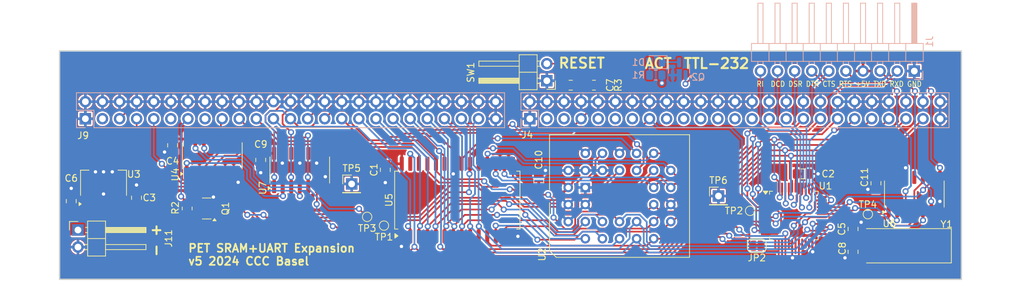
<source format=kicad_pcb>
(kicad_pcb
	(version 20240108)
	(generator "pcbnew")
	(generator_version "8.0")
	(general
		(thickness 1.6)
		(legacy_teardrops no)
	)
	(paper "A4")
	(title_block
		(title "CBM PET SRAM Expansion")
		(date "2024-09-29")
		(rev "5")
		(company "CCC Basel")
	)
	(layers
		(0 "F.Cu" signal)
		(31 "B.Cu" signal)
		(32 "B.Adhes" user "B.Adhesive")
		(33 "F.Adhes" user "F.Adhesive")
		(34 "B.Paste" user)
		(35 "F.Paste" user)
		(36 "B.SilkS" user "B.Silkscreen")
		(37 "F.SilkS" user "F.Silkscreen")
		(38 "B.Mask" user)
		(39 "F.Mask" user)
		(40 "Dwgs.User" user "User.Drawings")
		(41 "Cmts.User" user "User.Comments")
		(42 "Eco1.User" user "User.Eco1")
		(43 "Eco2.User" user "User.Eco2")
		(44 "Edge.Cuts" user)
		(45 "Margin" user)
		(46 "B.CrtYd" user "B.Courtyard")
		(47 "F.CrtYd" user "F.Courtyard")
		(48 "B.Fab" user)
		(49 "F.Fab" user)
		(50 "User.1" user)
		(51 "User.2" user)
		(52 "User.3" user)
		(53 "User.4" user)
		(54 "User.5" user)
		(55 "User.6" user)
		(56 "User.7" user)
		(57 "User.8" user)
		(58 "User.9" user)
	)
	(setup
		(stackup
			(layer "F.SilkS"
				(type "Top Silk Screen")
				(color "White")
			)
			(layer "F.Paste"
				(type "Top Solder Paste")
			)
			(layer "F.Mask"
				(type "Top Solder Mask")
				(color "Purple")
				(thickness 0.01)
			)
			(layer "F.Cu"
				(type "copper")
				(thickness 0.035)
			)
			(layer "dielectric 1"
				(type "core")
				(color "FR4 natural")
				(thickness 1.51)
				(material "FR4")
				(epsilon_r 4.5)
				(loss_tangent 0.02)
			)
			(layer "B.Cu"
				(type "copper")
				(thickness 0.035)
			)
			(layer "B.Mask"
				(type "Bottom Solder Mask")
				(color "Purple")
				(thickness 0.01)
			)
			(layer "B.Paste"
				(type "Bottom Solder Paste")
			)
			(layer "B.SilkS"
				(type "Bottom Silk Screen")
				(color "White")
			)
			(copper_finish "None")
			(dielectric_constraints no)
		)
		(pad_to_mask_clearance 0)
		(allow_soldermask_bridges_in_footprints no)
		(aux_axis_origin 80 66)
		(pcbplotparams
			(layerselection 0x00013fc_ffffffff)
			(plot_on_all_layers_selection 0x0000000_00000000)
			(disableapertmacros no)
			(usegerberextensions no)
			(usegerberattributes yes)
			(usegerberadvancedattributes yes)
			(creategerberjobfile yes)
			(dashed_line_dash_ratio 12.000000)
			(dashed_line_gap_ratio 3.000000)
			(svgprecision 4)
			(plotframeref no)
			(viasonmask no)
			(mode 1)
			(useauxorigin no)
			(hpglpennumber 1)
			(hpglpenspeed 20)
			(hpglpendiameter 15.000000)
			(pdf_front_fp_property_popups yes)
			(pdf_back_fp_property_popups yes)
			(dxfpolygonmode yes)
			(dxfimperialunits yes)
			(dxfusepcbnewfont yes)
			(psnegative no)
			(psa4output no)
			(plotreference yes)
			(plotvalue yes)
			(plotfptext yes)
			(plotinvisibletext no)
			(sketchpadsonfab no)
			(subtractmaskfromsilk yes)
			(outputformat 1)
			(mirror no)
			(drillshape 0)
			(scaleselection 1)
			(outputdirectory "plot/")
		)
	)
	(net 0 "")
	(net 1 "+5V")
	(net 2 "GND")
	(net 3 "/BD0")
	(net 4 "/BD1")
	(net 5 "/BD2")
	(net 6 "/BD3")
	(net 7 "/BD4")
	(net 8 "/BD5")
	(net 9 "/BD6")
	(net 10 "/BD7")
	(net 11 "/~{SEL2}")
	(net 12 "/~{SEL3}")
	(net 13 "/~{SEL4}")
	(net 14 "/~{SEL5}")
	(net 15 "/~{SEL6}")
	(net 16 "/~{SEL7}")
	(net 17 "/~{SEL8}")
	(net 18 "/~{SEL9}")
	(net 19 "/~{SELA}")
	(net 20 "/~{SELB}")
	(net 21 "/~{RESET}")
	(net 22 "/READY")
	(net 23 "/~{NMI}")
	(net 24 "/BA0")
	(net 25 "/BA1")
	(net 26 "/BA2")
	(net 27 "/BA3")
	(net 28 "/BA4")
	(net 29 "/BA5")
	(net 30 "/BA6")
	(net 31 "/BA7")
	(net 32 "/BA8")
	(net 33 "/BA9")
	(net 34 "/BA10")
	(net 35 "/BA11")
	(net 36 "/BA12")
	(net 37 "/BA13")
	(net 38 "/BA14")
	(net 39 "/BA15")
	(net 40 "/SYNC")
	(net 41 "/~{IRQ}")
	(net 42 "/CPHI2")
	(net 43 "/BR{slash}W")
	(net 44 "/~{BR{slash}W}")
	(net 45 "unconnected-(J4-Pin_9-Pad9)")
	(net 46 "unconnected-(J4-Pin_11-Pad11)")
	(net 47 "/~{CE}")
	(net 48 "unconnected-(J9-Pin_3-Pad3)")
	(net 49 "unconnected-(J9-Pin_11-Pad11)")
	(net 50 "+9V")
	(net 51 "Net-(U4-Pad3)")
	(net 52 "Net-(JP2-A)")
	(net 53 "/RXD")
	(net 54 "/TXD")
	(net 55 "/~{RTS}")
	(net 56 "/INTR")
	(net 57 "unconnected-(U1-~{TXRDY}-Pad23)")
	(net 58 "/~{DSR}")
	(net 59 "unconnected-(U1-DDIS-Pad22)")
	(net 60 "/~{CTS}")
	(net 61 "unconnected-(U1-~{RXRDY}-Pad29)")
	(net 62 "/~{DCD}")
	(net 63 "/~{RI}")
	(net 64 "/MRESET")
	(net 65 "/~{DTR}")
	(net 66 "/LED1")
	(net 67 "Net-(J1-Pin_3)")
	(net 68 "Net-(J1-Pin_5)")
	(net 69 "/~{OUT2}")
	(net 70 "Net-(J1-Pin_7)")
	(net 71 "Net-(D1-K)")
	(net 72 "Net-(U1-XOUT)")
	(net 73 "Net-(U1-RCLK)")
	(net 74 "/~{OUT1}")
	(net 75 "unconnected-(U7-Pad10)")
	(net 76 "unconnected-(U6-Pad11)")
	(net 77 "/~{ROMSEL}")
	(net 78 "Net-(U4-Pad13)")
	(net 79 "Net-(U4-Pad1)")
	(net 80 "unconnected-(U7-Pad12)")
	(net 81 "unconnected-(U7-Pad8)")
	(footprint "TestPoint:TestPoint_Pad_D1.0mm" (layer "F.Cu") (at 182.6 89.8))
	(footprint "Capacitor_SMD:C_0805_2012Metric" (layer "F.Cu") (at 201.3 85.7 -90))
	(footprint "Connector_PinHeader_2.54mm:PinHeader_1x01_P2.54mm_Vertical" (layer "F.Cu") (at 177.9 87.6))
	(footprint "Resistor_SMD:R_0805_2012Metric" (layer "F.Cu") (at 159.4 71.1))
	(footprint "Package_SO:SO-14_3.9x8.65mm_P1.27mm" (layer "F.Cu") (at 102.7 81.6 90))
	(footprint "Capacitor_SMD:C_0805_2012Metric" (layer "F.Cu") (at 155.95 71.1 180))
	(footprint "Capacitor_SMD:C_0805_2012Metric" (layer "F.Cu") (at 151.2 85.4 -90))
	(footprint "Package_SO:SO-14_3.9x8.65mm_P1.27mm" (layer "F.Cu") (at 115.69 83.725 90))
	(footprint "Jumper:SolderJumper-2_P1.3mm_Bridged_RoundedPad1.0x1.5mm" (layer "F.Cu") (at 183.6 95 180))
	(footprint "Resistor_SMD:R_0805_2012Metric" (layer "F.Cu") (at 98.9625 89.45 90))
	(footprint "Crystal:Crystal_SMD_HC49-SD" (layer "F.Cu") (at 205.8 95 180))
	(footprint "Capacitor_SMD:C_0805_2012Metric" (layer "F.Cu") (at 197.9 92.5 90))
	(footprint "Capacitor_SMD:C_0805_2012Metric" (layer "F.Cu") (at 128.4 83.7 90))
	(footprint "Capacitor_SMD:C_0805_2012Metric" (layer "F.Cu") (at 96.8 80.05 -90))
	(footprint "TestPoint:TestPoint_Pad_D1.0mm" (layer "F.Cu") (at 128.2 92))
	(footprint "onitake:SOP-28_8.4x18.4mm_P1.27mm" (layer "F.Cu") (at 139.1 88.2 90))
	(footprint "Capacitor_SMD:C_0805_2012Metric" (layer "F.Cu") (at 91.436 87.856 -90))
	(footprint "Connector_PinHeader_2.54mm:PinHeader_1x02_P2.54mm_Horizontal" (layer "F.Cu") (at 82.736 92.656))
	(footprint "Connector_PinHeader_2.54mm:PinHeader_1x02_P2.54mm_Horizontal" (layer "F.Cu") (at 152.4 70.44 180))
	(footprint "Package_SO:SO-14_3.9x8.65mm_P1.27mm" (layer "F.Cu") (at 207 87.3 90))
	(footprint "Package_QFP:LQFP-48_7x7mm_P0.5mm" (layer "F.Cu") (at 189.1 90.5))
	(footprint "Capacitor_SMD:C_0805_2012Metric" (layer "F.Cu") (at 81.736 88.356 -90))
	(footprint "Capacitor_SMD:C_0805_2012Metric" (layer "F.Cu") (at 109.89 82.225 -90))
	(footprint "Package_TO_SOT_SMD:SOT-23" (layer "F.Cu") (at 101.8625 89.45 180))
	(footprint "Connector_PinHeader_2.54mm:PinHeader_1x01_P2.54mm_Vertical" (layer "F.Cu") (at 123.4 85.8))
	(footprint "Capacitor_SMD:C_0805_2012Metric" (layer "F.Cu") (at 197.9 95.9 -90))
	(footprint "Package_TO_SOT_SMD:SOT-223-3_TabPin2" (layer "F.Cu") (at 86.536 85.656 90))
	(footprint "Package_LCC:PLCC-32_THT-Socket" (layer "F.Cu") (at 158.12 86.33 90))
	(footprint "TestPoint:TestPoint_Pad_D1.0mm" (layer "F.Cu") (at 125.7 90.7))
	(footprint "Capacitor_SMD:C_0805_2012Metric" (layer "F.Cu") (at 190.4 84.3 180))
	(footprint "TestPoint:TestPoint_Pad_D1.0mm" (layer "F.Cu") (at 200.1 90.3))
	(footprint "Connector_PinSocket_2.54mm:PinSocket_2x25_P2.54mm_Vertical"
		(layer "B.Cu")
		(uuid "4fd3234a-cf1a-48aa-85b2-bddcc53af9bc")
		(at 83.836 76.096 -90)
		(descr "Through hole straight socket strip, 2x25, 2.54mm pitch, double cols (from Kicad 4.0.7), script generated")
		(tags "Through hole socket strip THT 2x25 2.54mm double row")
		(property "Reference" "J9"
			(at 2.504 0.336 180)
			(layer "F.SilkS")
			(uuid "57ccf8c8-d796-490f-bebb-5ed45307b36e")
			(effects
				(font
					(size 1 1)
					(thickness 0.15)
				)
			)
		)
		(property "Value" "J9"
			(at -1.27 -63.73 90)
			(layer "B.Fab")
			(uuid "86f76076-8f5f-47ac-a57f-7479dfc912a8")
			(effects
				(font
					(size 1 1)
					(thickness 0.15)
				)
				(justify mirror)
			)
		)
		(property "Footprint" "Connector_PinSocket_2.54mm:PinSocket_2x25_P2.54mm_Vertical"
			(at 0 0 -90)
			(layer "B.Fab")
			(hide yes)
			(uuid "0f3f4239-078a-4ee6-83a1-681869b25e63")
			(effects
				(font
					(size 1.27 1.27)
					(thickness 0.15)
				)
			)
		)
		(property "Datasheet" ""
			(at 0 0 -90)
			(layer "B.Fab")
			(hide yes)
			(uuid "e0d95903-28dd-4cbf-a435-3437839c58ce")
			(effects
				(font
					(size 1.27 1.27)
					(thickness 0.15)
				)
			)
		)
		(property "Description" "Generic connector, double row, 02x25, odd/even pin numbering scheme (row 1 odd numbers, row 2 even numbers), script generated (kicad-library-utils/schlib/autogen/connector/)"
			(at 0 0 -90)
			(layer "B.Fab")
			(hide yes)
			(uuid "d9f8876b-8bd9-455c-ba80-08047fef0c03")
			(effects
				(font
					(size 1.27 1.27)
					(thickness 0.15)
				)
			)
		)
		(property ki_fp_filters "Connector*:*_2x??_*")
		(path "/545aab30-d865-4ac9-a3bb-265a846925d7")
		(sheetname "Root")
		(sheetfile "petmem.kicad_sch")
		(attr through_hole)
		(fp_line
			(start -1.27 1.33)
			(end -3.87 1.33)
			(stroke
				(width 0.12)
				(type solid)
			)
			(layer "B.SilkS")
			(uuid "c0c9bdbb-cf4a-49c1-96b8-7d0327ee1530")
		)
		(fp_line
			(start 1.33 1.33)
			(end 0 1.33)
			(stroke
				(width 0.12)
				(type solid)
			)
			(layer "B.SilkS")
			(uuid "c2dc3f75-7127-4d65-9724-dc1a6ed45d45")
		)
		(fp_line
			(start 1.33 0)
			(end 1.33 1.33)
			(stroke
				(width 0.12)
				(type solid)
			)
			(layer "B.SilkS")
			(uuid "230486c2-9d38-4300-acd7-9581596f817f")
		)
		(fp_line
			(start -1.27 -1.27)
			(end -1.27 1.33)
			(stroke
				(width 0.12)
				(type solid)
			)
			(layer "B.SilkS")
			(uuid "e2eac77f-3e12-4b95-bbfd-573837f0c32d")
		)
		(fp_line
			(start 1.33 -1.27)
			(end -1.27 -1.27)
			(stroke
				(width 0.12)
				(type solid)
			)
			(layer "B.SilkS")
			(uuid "4f952dd7-e025-434f-a1a2-20a54c780f88")
		)
		(fp_line
			(start -3.87 -62.29)
			(end -3.87 1.33)
			(stroke
				(width 0.12)
				(type solid)
			)
			(layer "B.SilkS")
			(uuid "ef2e30db-8233-4281-ac7f-df998a7fd3a1")
		)
		(fp_line
			(start 1.33 -62.29)
			(end 1.33 -1.27)
			(stroke
				(width 0.12)
				(type solid)
			)
			(layer "B.SilkS")
			(uuid "190366ec-65e9-40c6-af05-3599d83b306f")
		)
		(fp_line
			(start 1.33 -62.29)
			(end -3.87 -62.29)
			(stroke
				(width 0.12)
				(type solid)
			)
			(layer "B.SilkS")
			(uuid "be3e2fc4-28e2-4adf-8ea3-83ef1abc5d07")
		)
		(fp_line
			(start -4.34 1.8)
			(end -4.34 -62.7)
			(stroke
				(width 0.05)
				(type solid)
			)
			(layer "B.CrtYd")
			(uuid "2be692d1-e645-4af1-933e-e9368f580f2e")
		)
		(fp_line
			(start 1.76 1.8)
			(end -4.34 1.8)
			(stroke
				(width 0.05)
				(type solid)
			)
			(layer "B.CrtYd")
			(uuid "cfa0eb3e-d338-414d-8124-cc49a6332030")
		)
		(fp_line
			(start -4.34 -62.7)
			(end 1.76 -62.7)
			(stroke
				(width 0.05)
				(type solid)
			)
			(layer "B.CrtYd")
			(uuid "c42496c0-210a-4cdc-b7fd-228915f0df7f")
		)
		(fp_line
			(start 1.76 -62.7)
			(end 1.76 1.8)
			(stroke
				(width 0.05)
				(type solid)
			)
			(layer "B.CrtYd")
			(uuid "d1bb43c8-8a0c-4d0b-958a-0b8f17696251")
		)
		(fp_line
			(start -3.81 1.27)
			(end -3.81 -62.23)
			(stroke
				(width 0.1)
				(type solid)
			)
			(layer "B.Fab")
			(uuid "377d9c24-3c8a-4097-b589-b2cad89ffd0c")
		)
		(fp_line
			(start 0.27 1.27)
			(end -3.81 1.27)
			(stroke
				(width 0.1)
				(type solid)
			)
			(layer "B.Fab")
			(uuid "16dee4a5-7612-4e00-92cf-e3abdd6568f8")
		)
		(fp_line
			(start 1.27 0.27)
			(end 0.27 1.27)
			(stroke
				(width 0.1)
				(type solid)
			)
			(layer "B.Fab")
			(uuid "233849fd-2b3e-4924-a65a-42f451e1e73d")
		)
		(fp_line
			(start -3.81 -62.23)
			(end 1.27 -62.23)
			(stroke
				(width 0.1)
				(type solid)
			)
			(layer "B.Fab")
			(uuid "c9a01a89-a7fe-4e2e-9219-835789ef5bd2")
		)
		(fp_line
			(start 1.27 -62.23)
			(end 1.27 0.27)
			(stroke
				(width 0.1)
				(type solid)
			)
			(layer "B.Fab")
			(uuid "b2de2613-d1b3-40aa-96ec-c91eb426894e")
		)
		(fp_text user "${REFERENCE}"
			(at -1.27 -30.48 0)
			(layer "B.Fab")
			(uuid "0ba55c95-4965-4bfe-b35a-7ffb3e777817")
			(effects
				(font
					(size 1 1)
					(thickness 0.15)
				)
				(justify mirror)
			)
		)
		(pad "1" thru_hole rect
			(at 0 0 270)
			(size 1.7 1.7)
			(drill 1)
			(layers "*.Cu" "*.Mask")
			(remove_unused_layers no)
			(net 2 "GND")
			(pinfunction "Pin_1")
			(pintype "passive")
			(uuid "538addc3-118b-48c1-aabf-c076dfc9edd3")
		)
		(pad "2" thru_hole oval
			(at -2.54 0 270)
			(size 1.7 1.7)
			(drill 1)
			(layers "*.Cu" "*.Mask")
			(remove_unused_layers no)
			(net 2 "GND")
			(pinfunction "Pin_2")
			(pintype "passive")
			(uuid "f5897457-7d05-47cf-b849-5b333941cb19")
		)
		(pad "3" thru_hole oval
			(at 0 -2.54 270)
			(size 1.7 1.7)
			(drill 1)
			(layers "*.Cu" "*.Mask")
			(remove_unused_layers no)
			(net 48 "unconnected-(J9-Pin_3-Pad3)")
			(pinfunction "Pin_3")
			(pintype "passive+no_connect")
			(uuid "050449e6-82f7-47d3-a2ce-3e70f37b914d")
		)
		(pad "4" thru_hole oval
			(at -2.54 -2.54 270)
			(size 1.7 1.7)
			(drill 1)
			(layers "*.Cu" "*.Mask")
			(remove_unused_layers no)
			(net 2 "GND")
			(pinfunction "Pin_4")
			(pintype "passive")
			(uuid "9e82216a-572f-4878-8e86-48514502cd44")
		)
		(pad "5" thru_hole oval
			(at 0 -5.08 270)
			(size 1.7 1.7)
			(drill 1)
			(layers "*.Cu" "*.Mask")
			(remove_unused_layers no)
			(net 44 "/~{BR{slash}W}")
			(pinfunction "Pin_5")
			(pintype "passive")
			(uuid "b1d6c3ca-fb5b-4291-92ad-e7a9390c9c9b")
		)
		(pad "6" thru_hole oval
			(at -2.54 -5.08 270)
			(size 1.7 1.7)
			(drill 1)
			(layers "*.Cu" "*.Mask")
			(remove_unused_layers no)
			(net 2 "GND")
			(pinfunction "Pin_6")
			(pintype "passive")
			(uuid "dfd9d72d-517e-4120-a714-6f2e1b93738b")
		)
		(pad "7" thru_hole oval
			(at 0 -7.62 270)
			(size 1.7 1.7)
			(drill 1)
			(layers "*.Cu" "*.Mask")
			(remove_unused_layers no)
			(net 43 "/BR{slash}W")
			(pinfunction "Pin_7")
			(pintype "passive")
			(uuid "754824b5-5152-4372-8e7c-a44a604a7182")
		)
		(pad "8" thru_hole oval
			(at -2.54 -7.62 270)
			(size 1.7 1.7)
			(drill 1)
			(layers "*.Cu" "*.Mask")
			(remove_unused_layers no)
			(net 2 "GND")
			(pinfunction "Pin_8")
			(pintype "passive")
			(uuid "b1d3924c-d436-46d6-a663-289a7340058d")
		)
		(pad "9" thru_hole oval
			(at 0 -10.16 270)
			(size 1.7 1.7)
			(drill 1)
			(layers "*.Cu" "*.Mask")
			(remove_unused_layers no)
			(net 42 "/CPHI2")
			(pinfunction "Pin_9")
			(pintype "passive")
			(uuid "57a7b9c9-1f77-47f8-b0cb-fcad02507581")
		)
		(pad "10" thru_hole oval
			(at -2.54 -10.16 270)
			(size 1.7 1.7)
			(drill 1)
			(layers "*.Cu" "*.Mask")
			(remove_unused_layers no)
			(net 2 "GND")
			(pinfunction "Pin_10")
			(pintype "passive")
			(uuid "4a47c588-3cf3-4552-ae82-ac79e57f333e")
		)
		(pad "11" thru_hole oval
			(at 0 -12.7 270)
			(size 1.7 1.7)
			(drill 1)
			(layers "*.Cu" "*.Mask")
			(remove_unused_layers no)
			(net 49 "unconnected-(J9-Pin_11-Pad11)")
			(pinfunction "Pin_11")
			(pintype "passive+no_connect")
			(uuid "6df669d4-06a7-4839-a93c-ffe6d068bfcc")
		)
		(pad "12" thru_hole oval
			(at -2.54 -12.7 270)
			(size 1.7 1.7)
			(drill 1)
			(layers "*.Cu" "*.Mask")
			(remove_unused_layers no)
			(net 2 "GND")
			(pinfunction "Pin_12")
			(pintype "passive")
			(uuid "21e08f37-600f-483f-963a-e0971ced7bbd")
		)
		(pad "13" thru_hole oval
			(at 0 -15.24 270)
			(size 1.7 1.7)
			(drill 1)
			(layers "*.Cu" "*.Mask")
			(remove_unused_layers no)
			(net 41 "/~{IRQ}")
			(pinfunction "Pin_13")
			(pintype "passive")
			(uuid "4b12b19b-0899-49e4-bc5a-95b757981b1c")
		)
		(pad "14" thru_hole oval
			(at -2.54 -15.24 270)
			(size 1.7 1.7)
			(drill 1)
			(layers "*.Cu" "*.Mask")
			(remove_unused_layers no)
			(net 2 "GND")
			(pinfunction "Pin_14")
			(pintype "passive")
			(uuid "3b55ad5d-8953-4475-aafd-b459f6def7f5")
		)
		(pad "15" thru_hole oval
			(at 0 -17.78 270)
			(size 1.7 1.7)
			(drill 1)
			(layers "*.Cu" "*.Mask")
			(remove_unused_layers no)
			(net 40 "/SYNC")
			(pinfunction "Pin_15")
			(pintype "passive")
			(uuid "d7ae9fee-a61e-40bf-8bcd-53ce1459c4e1")
		)
		(pad "16" thru_hole oval
			(a
... [816332 chars truncated]
</source>
